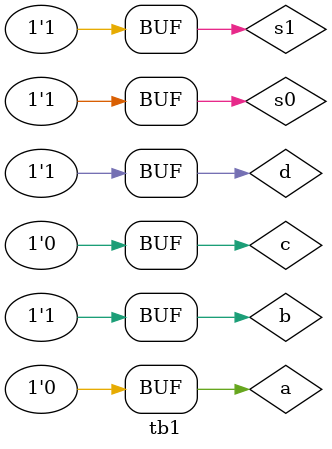
<source format=v>
`timescale 1ns / 1ps
module tb1;
reg s0 = 0;
reg s1 = 0;
reg a = 0;
reg b = 0;
reg c = 0;
reg d =0;
wire o;
mux mux_inst(
    .S0(s0),
    .S1(s1),
    .A(a),
    .B(b),
    .C(c),
    .D(d),
    .O(o)
    );
 initial
    begin
   
    s0 = 1'b0;
    s1 = 1'b0;
    a = 1'b0;
    b = 1'b1;
    c = 1'b0;
    d = 1'b1;
    #10;
    s0 = 1'b0;
    s1 = 1'b1;
    a = 1'b0;
    b = 1'b1;
    c = 1'b0;
    d = 1'b1;
    #10;
    s0 = 1'b1;
    s1 = 1'b0;
    a = 1'b0;
    b = 1'b1;
    c = 1'b0;
    d = 1'b1;
    #10;
    s0 = 1'b1;
    s1 = 1'b1;
    a = 1'b0;
    b = 1'b1;
    c = 1'b0;
    d = 1'b1;
    #10;
    $dumpfile("power_test1.vcd");
    $dumpvars();
    end
endmodule
</source>
